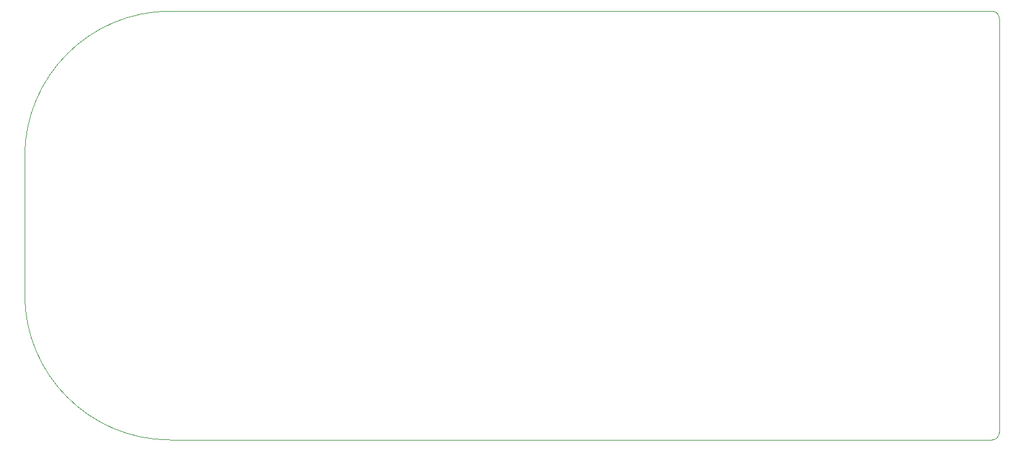
<source format=gm1>
G04 #@! TF.GenerationSoftware,KiCad,Pcbnew,7.0.7*
G04 #@! TF.CreationDate,2023-09-30T21:04:22+10:00*
G04 #@! TF.ProjectId,skink,736b696e-6b2e-46b6-9963-61645f706362,rev?*
G04 #@! TF.SameCoordinates,Original*
G04 #@! TF.FileFunction,Profile,NP*
%FSLAX46Y46*%
G04 Gerber Fmt 4.6, Leading zero omitted, Abs format (unit mm)*
G04 Created by KiCad (PCBNEW 7.0.7) date 2023-09-30 21:04:22*
%MOMM*%
%LPD*%
G01*
G04 APERTURE LIST*
G04 #@! TA.AperFunction,Profile*
%ADD10C,0.100000*%
G04 #@! TD*
G04 APERTURE END LIST*
D10*
X20300000Y-40900000D02*
X20300000Y-59900000D01*
X154300000Y-21900000D02*
G75*
G03*
X153300000Y-20900000I-1000000J0D01*
G01*
X154300000Y-21900000D02*
X154300000Y-78900000D01*
X40300000Y-79900000D02*
X153300000Y-79900000D01*
X40300000Y-20900000D02*
X153300000Y-20900000D01*
X20300000Y-59900000D02*
G75*
G03*
X40300000Y-79900000I20000000J0D01*
G01*
X40300000Y-20900000D02*
G75*
G03*
X20300000Y-40900000I0J-20000000D01*
G01*
X153300000Y-79900000D02*
G75*
G03*
X154300000Y-78900000I0J1000000D01*
G01*
M02*

</source>
